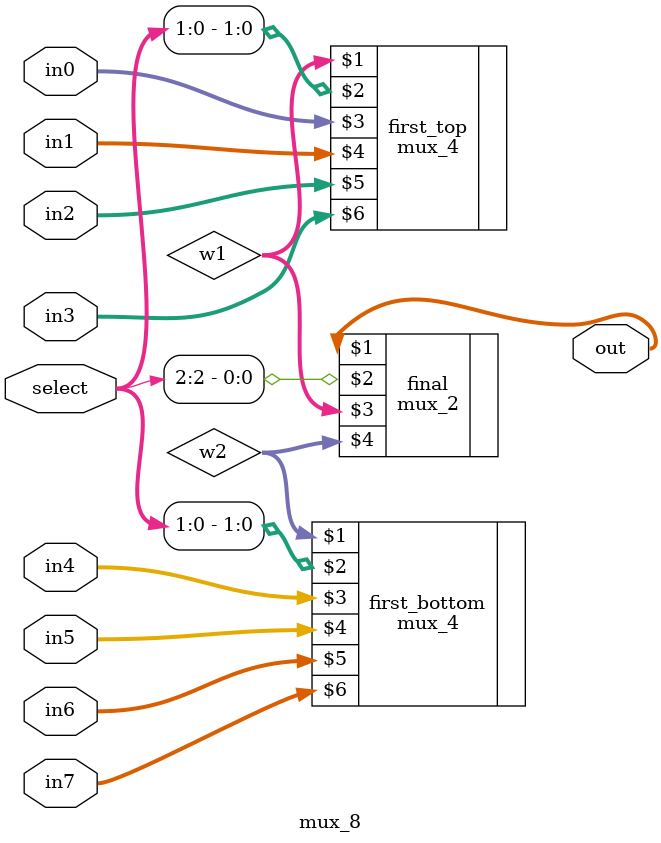
<source format=v>
module mux_8(out, select, in0, in1, in2, in3, in4, in5, in6, in7);
    input [2:0] select;
    input [31:0] in0, in1, in2, in3, in4, in5, in6, in7;
    output [31:0] out;
    wire [31:0] w1, w2;

    mux_4 first_top(w1, select[1:0], in0, in1, in2, in3);
    mux_4 first_bottom(w2, select[1:0], in4, in5, in6, in7);
    mux_2 final(out, select[2], w1, w2);
endmodule
</source>
